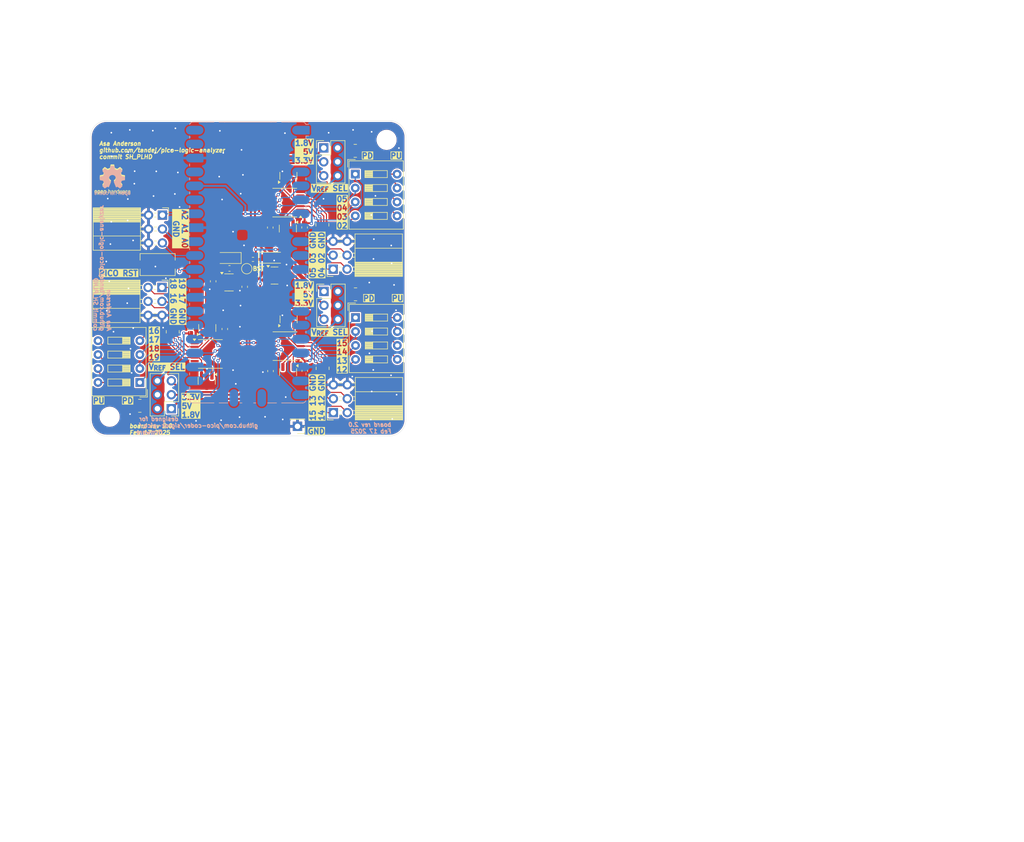
<source format=kicad_pcb>
(kicad_pcb (version 20241228) (generator "pcbnew") (generator_version "9.0")
  (layers (0 "F.Cu" signal) (4 "In1.Cu" signal) (6 "In2.Cu" signal) (2 "B.Cu" signal) (13 "F.Paste" user) (15 "B.Paste" user) (5 "F.SilkS" user "F.Silkscreen") (7 "B.SilkS" user "B.Silkscreen") (1 "F.Mask" user) (3 "B.Mask" user) (25 "Edge.Cuts" user))
  (property "AUTHOR" "Asa Anderson")
  (property "BOARD_REV" "2.0")
  (property "BOARD_REV_DATE" "Feb 17 2025")
  (property "GIT_SHORTHASH" "SH_PLHD")
  (property "PROJECT_GIT" "github.com/tandej/pico-logic-analyzer")
  (property "SCH_REV" "2.0")
  (property "SCH_REV_DATE" "Feb 17 2025")
  (net 0 "")
  (net 1 "+3V3")
  (net 4 "/Buffer Block B/VCCA_SEL")
  (net 5 "/Buffer Block B/A0")
  (net 6 "GND")
  (net 7 "/Buffer Block B/A3")
  (net 8 "/Buffer Block B/A1")
  (net 9 "/Buffer Block B/A2")
  (net 10 "/+6.6V")
  (net 11 "/Buffer Block A/VCCA_SEL")
  (net 12 "/+1.8V_REG")
  (net 13 "/Buffer Block A/A1")
  (net 14 "/Buffer Block A/A0")
  (net 15 "/Buffer Block A/A2")
  (net 16 "/Buffer Block A/A3")
  (net 17 "/+5V_REG")
  (net 23 "/Buffer Block C/VCCA_SEL")
  (net 24 "/Buffer Block C/A3")
  (net 25 "/Buffer Block C/A0")
  (net 26 "/Buffer Block C/A1")
  (net 27 "/Buffer Block C/A2")
  (net 30 "Net-(RN1B-R2.1)")
  (net 31 "Net-(RN1D-R4.1)")
  (net 32 "Net-(RN1C-R3.1)")
  (net 33 "Net-(RN1A-R1.1)")
  (net 34 "Net-(A1-RUN)")
  (net 38 "Net-(RN3B-R2.1)")
  (net 39 "Net-(RN3D-R4.1)")
  (net 40 "Net-(RN3C-R3.1)")
  (net 41 "Net-(RN3A-R1.1)")
  (net 42 "/Buffer Block A/A3_{CL}")
  (net 43 "/Buffer Block A/A2_{CL}")
  (net 44 "/Buffer Block B/A2_{CL}")
  (net 45 "/Buffer Block B/A3_{CL}")
  (net 46 "/Buffer Block C/A3_{CL}")
  (net 47 "/Buffer Block C/A2_{CL}")
  (net 48 "/Buffer Block A/A1_{CL}")
  (net 49 "/Buffer Block A/A0_{CL}")
  (net 50 "/Buffer Block B/A1_{CL}")
  (net 51 "/Buffer Block B/A0_{CL}")
  (net 52 "/Buffer Block C/A0_{CL}")
  (net 53 "/Buffer Block C/A1_{CL}")
  (net 64 "Net-(U3-CAP+)")
  (net 65 "Net-(U3-CAP-)")
  (net 66 "Net-(RN6D-R4.1)")
  (net 67 "Net-(RN6B-R2.1)")
  (net 68 "Net-(RN6C-R3.1)")
  (net 69 "Net-(RN6A-R1.1)")
  (net 72 "/IO19")
  (net 73 "/IO18")
  (net 74 "/IO17")
  (net 75 "/IO16")
  (net 76 "/A2")
  (net 77 "/A1")
  (net 78 "/A0")
  (net 79 "/IO04")
  (net 80 "/IO15")
  (net 81 "/IO13")
  (net 82 "/IO12")
  (net 83 "/IO03")
  (net 84 "/IO05")
  (net 85 "/IO02")
  (net 86 "/IO14")
  (footprint "Package_TO_SOT_SMD:SOT-23" (layer "F.Cu") (at 133.035001 114.3575 -90)
    (property "Reference" "D7" (hide yes))
    (property "Value" "6.2 V_{z},  prefer better tolerances" (hide yes))
  )
  (footprint "Capacitor_SMD:C_0603_1608Metric" (layer "F.Cu") (at 129.835 114.17 90)
    (property "Reference" "C8" (hide yes))
    (property "Value" "4.7 uF" (hide yes))
  )
  (footprint "Button_Switch_THT:SW_DIP_SPSTx04_Slide_9.78x12.34mm_W7.62mm_P2.54mm" (layer "F.Cu") (at 145.29 78.25)
    (property "Reference" "SW1" (hide yes))
    (property "Value" "SW_DIP_x04" (hide yes))
  )
  (footprint "Package_TO_SOT_SMD:SOT-23" (layer "F.Cu") (at 133.135001 104.7325 90)
    (property "Reference" "D5" (hide yes))
    (property "Value" "6.2 V_{z},  prefer better tolerances" (hide yes))
  )
  (footprint "Package_TO_SOT_SMD:SOT-23" (layer "F.Cu") (at 133.090001 78.5625 90)
    (property "Reference" "D1" (hide yes))
    (property "Value" "6.2 V_{z},  prefer better tolerances" (hide yes))
  )
  (footprint "Connector_PinHeader_2.54mm:PinHeader_1x01_P2.54mm_Vertical" (layer "F.Cu") (at 134.75 124.25 180)
    (property "Reference" "J8" (hide yes))
    (property "Value" "Conn_01x01" (hide yes))
  )
  (footprint "Capacitor_SMD:C_0603_1608Metric" (layer "F.Cu") (at 119.375 97.8 90)
    (property "Reference" "C4" (hide yes))
    (property "Value" "4.7 uF" (hide yes))
  )
  (footprint "Capacitor_SMD:C_0603_1608Metric" (layer "F.Cu") (at 122.35 95.45)
    (property "Reference" "C3" (hide yes))
    (property "Value" "4.7 uF" (hide yes))
  )
  (footprint "Package_TO_SOT_SMD:SOT-23" (layer "F.Cu") (at 118.3 106.3125 90)
    (property "Reference" "D6" (hide yes))
    (property "Value" "6.2 V_{z},  prefer better tolerances" (hide yes))
  )
  (footprint "Resistor_SMD:R_Array_Convex_4x0402" (layer "F.Cu") (at 139.290001 87.5 -90)
    (property "Reference" "RN2" (hide yes))
    (property "Value" "470" (hide yes))
  )
  (footprint "Package_TO_SOT_SMD:SOT-23-6" (layer "F.Cu") (at 122.2625 98)
    (property "Reference" "U3" (hide yes))
    (property "Value" "LM2665M6" (hide yes))
  )
  (footprint "Capacitor_SMD:C_0603_1608Metric" (layer "F.Cu") (at 125.125 98.8 90)
    (property "Reference" "C5" (hide yes))
    (property "Value" "4.7 uF" (hide yes))
  )
  (footprint "Symbol:OSHW-Logo2_7.3x6mm_SilkScreen" (layer "F.Cu") (at 101 79.25)
    (property "Reference" "G1" (hide yes))
    (property "Value" "oshw!" (hide yes))
  )
  (footprint "MountingHole:MountingHole_3.2mm_M3" (layer "F.Cu") (at 100.5 122.5)
    (property "Reference" "H2" (hide yes))
    (property "Value" "MountingHole" (hide yes))
  )
  (footprint "Connector_PinHeader_2.54mm:PinHeader_2x03_P2.54mm_Vertical" (layer "F.Cu") (at 139.540001 73.475)
    (property "Reference" "J1" (hide yes))
    (property "Value" "Conn_02x03_Odd_Even" (hide yes))
  )
  (footprint "Diode_SMD:D_SOD-123" (layer "F.Cu") (at 130.025 93.5)
    (property "Reference" "D4" (hide yes))
    (property "Value" "1.8v" (hide yes))
  )
  (footprint "Package_SO:TSSOP-14_4.4x5mm_P0.65mm" (layer "F.Cu") (at 118.8625 111.05)
    (property "Reference" "U5" (hide yes))
    (property "Value" "TXB0104PW (fit with U104)" (hide yes))
  )
  (footprint "Resistor_SMD:R_Array_Convex_4x0402" (layer "F.Cu") (at 106 120.5)
    (property "Reference" "RN6" (hide yes))
    (property "Value" "100k" (hide yes))
  )
  (footprint "Package_TO_SOT_SMD:SOT-23" (layer "F.Cu") (at 118.2 115.9375 -90)
    (property "Reference" "D8" (hide yes))
    (property "Value" "6.2 V_{z},  prefer better tolerances" (hide yes))
  )
  (footprint "Diode_SMD:D_SOD-123F" (layer "F.Cu") (at 122.275 93.55 180)
    (property "Reference" "D3" (hide yes))
    (property "Value" "1A 500 mV V_{F}" (hide yes))
  )
  (footprint "Resistor_SMD:R_Array_Convex_4x0402" (layer "F.Cu") (at 145.29 74 180)
    (property "Reference" "RN1" (hide yes))
    (property "Value" "100k" (hide yes))
  )
  (footprint "Capacitor_SMD:C_0603_1608Metric" (layer "F.Cu") (at 115.25 106.525 -90)
    (property "Reference" "C6" (hide yes))
    (property "Value" "4.7 uF" (hide yes))
  )
  (footprint "Resistor_SMD:R_0402_1005Metric" (layer "F.Cu") (at 126.635 93.8)
    (property "Reference" "R1" (hide yes))
    (property "Value" "390, >1/10 W" (hide yes))
  )
  (footprint "MountingHole:MountingHole_3.2mm_M3" (layer "F.Cu") (at 151 72)
    (property "Reference" "H1" (hide yes))
    (property "Value" "MountingHole" (hide yes))
  )
  (footprint "Resistor_SMD:R_0402_1005Metric" (layer "F.Cu") (at 127.625 96.5)
    (property "Reference" "R2" (hide yes))
    (property "Value" "100, >1/32 W" (hide yes))
  )
  (footprint "Connector_PinHeader_2.54mm:PinHeader_2x03_P2.54mm_Vertical" (layer "F.Cu") (at 111.75 121.025 180)
    (property "Reference" "J6" (hide yes))
    (property "Value" "Conn_02x03_Odd_Even" (hide yes))
  )
  (footprint "Package_TO_SOT_SMD:SOT-23" (layer "F.Cu") (at 132.990001 88.1875 -90)
    (property "Reference" "D2" (hide yes))
    (property "Value" "6.2 V_{z},  prefer better tolerances" (hide yes))
  )
  (footprint "Connector_PinSocket_2.54mm:PinSocket_2x03_P2.54mm_Horizontal" (layer "F.Cu") (at 110.125 85.725)
    (property "Reference" "J2" (hide yes))
    (property "Value" "Conn_02x03_Odd_Even" (hide yes))
  )
  (footprint "Resistor_SMD:R_Array_Convex_4x0402" (layer "F.Cu") (at 145.335 100.17 180)
    (property "Reference" "RN3" (hide yes))
    (property "Value" "100k" (hide yes))
  )
  (footprint "Connector_PinSocket_2.54mm:PinSocket_2x03_P2.54mm_Horizontal" (layer "F.Cu") (at 141.25 95.58 180)
    (property "Reference" "J3" (hide yes))
    (property "Value" "Conn_02x03_Odd_Even" (hide yes))
  )
  (footprint "TestPoint:TestPoint_Pad_D1.5mm" (layer "F.Cu") (at 125.5 95.5)
    (property "Reference" "TP1" (hide yes))
    (property "Value" "TestPoint" (hide yes))
  )
  (footprint "Connector_PinSocket_2.54mm:PinSocket_2x03_P2.54mm_Horizontal" (layer "F.Cu") (at 110.04 98.92)
    (property "Reference" "J4" (hide yes))
    (property "Value" "Conn_02x03_Odd_Even" (hide yes))
  )
  (footprint "Button_Switch_THT:SW_DIP_SPSTx04_Slide_9.78x12.34mm_W7.62mm_P2.54mm" (layer "F.Cu") (at 106 116.25 180)
    (property "Reference" "SW4" (hide yes))
    (property "Value" "SW_DIP_x04" (hide yes))
  )
  (footprint "Capacitor_SMD:C_0603_1608Metric" (layer "F.Cu") (at 129.79 88 90)
    (property "Reference" "C1" (hide yes))
    (property "Value" "4.7 uF" (hide yes))
  )
  (footprint "Button_Switch_THT:SW_DIP_SPSTx04_Slide_9.78x12.34mm_W7.62mm_P2.54mm" (layer "F.Cu") (at 145.335 104.42)
    (property "Reference" "SW3" (hide yes))
    (property "Value" "SW_DIP_x04" (hide yes))
  )
  (footprint "Capacitor_SMD:C_0603_1608Metric" (layer "F.Cu") (at 136.040001 87.975 90)
    (property "Reference" "C2" (hide yes))
    (property "Value" "4.7 uF" (hide yes))
  )
  (footprint "Resistor_SMD:R_Array_Convex_4x0402" (layer "F.Cu") (at 139.335001 113.67 -90)
    (property "Reference" "RN5" (hide yes))
    (property "Value" "470" (hide yes))
  )
  (footprint "Resistor_SMD:R_Array_Convex_4x0402" (layer "F.Cu") (at 112 107 90)
    (property "Reference" "RN4" (hide yes))
    (property "Value" "470" (hide yes))
  )
  (footprint "Connector_PinHeader_2.54mm:PinHeader_2x03_P2.54mm_Vertical" (layer "F.Cu") (at 139.585001 99.645)
    (property "Reference" "J5" (hide yes))
    (property "Value" "Conn_02x03_Odd_Even" (hide yes))
  )
  (footprint "Package_TO_SOT_SMD:SOT-23" (layer "F.Cu") (at 130.5625 96.75)
    (property "Reference" "U2" (hide yes))
    (property "Value" "LM4040DBZ-5" (hide yes))
  )
  (footprint "Button_Switch_SMD:SW_Tactile_SPST_NO_Straight_CK_PTS636Sx25SMTRLFS" (layer "F.Cu") (at 109.25 94.75 180)
    (property "Reference" "SW2" (hide yes))
    (property "Value" "SW_Push" (hide yes))
  )
  (footprint "Capacitor_SMD:C_0603_1608Metric" (layer "F.Cu") (at 121.5 106.5 -90)
    (property "Reference" "C7" (hide yes))
    (property "Value" "4.7 uF" (hide yes))
  )
  (footprint "Package_SO:TSSOP-14_4.4x5mm_P0.65mm" (layer "F.Cu") (at 132.427501 83.45 180)
    (property "Reference" "U1" (hide yes))
    (property "Value" "TXB0104PW (fit with U104)" (hide yes))
  )
  (footprint "Package_SO:TSSOP-14_4.4x5mm_P0.65mm" (layer "F.Cu") (at 132.472501 109.62 180)
    (property "Reference" "U4" (hide yes))
    (property "Value" "TXB0104PW (fit with U104)" (hide yes))
  )
  (footprint "Connector_PinSocket_2.54mm:PinSocket_2x03_P2.54mm_Horizontal" (layer "F.Cu") (at 141.295 121.75 180)
    (property "Reference" "J7" (hide yes))
    (property "Value" "Conn_02x03_Odd_Even" (hide yes))
  )
  (footprint "Capacitor_SMD:C_0603_1608Metric" (layer "F.Cu") (at 136.085001 114.145 90)
    (property "Reference" "C9" (hide yes))
    (property "Value" "4.7 uF" (hide yes))
  )
  (footprint "asa-lib:RaspberryPi_Pico_SMD" (layer "B.Cu") (at 125.69 94.37 180)
    (property "Reference" "A1" (hide yes))
    (property "Value" "RaspberryPi_Pico" (hide yes))
  )
  (footprint "Symbol:OSHW-Logo2_7.3x6mm_SilkScreen" (layer "B.Cu") (at 101 79.5 180)
    (property "Reference" "G1" (hide yes))
    (property "Value" "oshw!" (hide yes))
  )
  (gr_line (start 97 123) (end 97 71.5) (stroke (width 0.05)) (layer "Edge.Cuts"))
  (gr_line (start 100 68.5) (end 151.5 68.5) (stroke (width 0.05)) (layer "Edge.Cuts"))
  (gr_line (start 151.5 126) (end 100 126) (stroke (width 0.05)) (layer "Edge.Cuts"))
  (gr_arc (start 97 71.5) (mid 97.87868 69.37868) (end 100 68.5) (stroke (width 0.05)) (layer "Edge.Cuts"))
  (gr_line (start 154.5 71.5) (end 154.5 123) (stroke (width 0.05)) (layer "Edge.Cuts"))
  (gr_arc (start 151.5 68.5) (mid 153.62132 69.37868) (end 154.5 71.5) (stroke (width 0.05)) (layer "Edge.Cuts"))
  (gr_arc (start 154.5 123) (mid 153.62132 125.12132) (end 151.5 126) (stroke (width 0.05)) (layer "Edge.Cuts"))
  (gr_arc (start 100 126) (mid 97.87868 125.12132) (end 97 123) (stroke (width 0.05)) (layer "Edge.Cuts"))
  (gr_text "board rev ${BOARD_REV}\n${BOARD_REV_DATE}" (at 104 123.75 0) (layer "F.SilkS") (effects (font (size 0.75 0.75) (thickness 0.1875) (bold yes) (italic yes)) (justify left top)))
  (gr_text "19 17 GND\n18 16 GND" (at 111.5 101.5 270) (layer "F.SilkS" knockout) (effects (font (size 1 1) (thickness 0.25) (bold yes)) (justify bottom)))
  (gr_text "15 13 GND\n14 12 GND" (at 139.75 119 90) (layer "F.SilkS" knockout) (effects (font (size 1 1) (thickness 0.25) (bold yes)) (justify bottom)))
  (gr_text "${PROJECTNAME}" (at 98.25 69.5 0) (layer "F.SilkS") (effects (font (size 1.7 1.7) (thickness 0.425) (bold yes) (italic yes)) (justify left top)))
  (gr_text "16\n17\n18\n19" (at 107.5 106.25 0) (layer "F.SilkS" knockout) (effects (font (size 1 1) (thickness 0.25) (bold yes)) (justify left top)))
  (gr_text "${AUTHOR}\n${PROJECT_GIT}\ncommit ${GIT_SHORTHASH}" (at 98.5 72.25 0) (layer "F.SilkS") (effects (font (size 0.75 0.75) (thickness 0.1875) (bold yes) (italic yes)) (justify left top)))
  (gr_text "PD" (at 103.75 119 0) (layer "F.SilkS" knockout) (effects (font (size 1 1) (thickness 0.25) (bold yes)) (justify top)))
  (gr_text "15\n14\n13\n12" (at 144 114.5 0) (layer "F.SilkS" knockout) (effects (font (size 1 1) (thickness 0.25) (bold yes)) (justify right bottom)))
  (gr_text "1.8V\n5V\n3.3V" (at 137.75 98 0) (layer "F.SilkS" knockout) (effects (font (size 1 1) (thickness 0.25) (bold yes)) (justify right top)))
  (gr_text "V_{REF} SEL" (at 144 106.5 0) (layer "F.SilkS" knockout) (effects (font (size 1 1) (thickness 0.25) (bold yes)) (justify right top)))
  (gr_text "V_{REF} SEL" (at 107.5 114 0) (layer "F.SilkS" knockout) (effects (font (size 1 1) (thickness 0.25) (bold yes)) (justify left bottom)))
  (gr_text "PD" (at 147.5 75.5 0) (layer "F.SilkS" knockout) (effects (font (size 1 1) (thickness 0.25) (bold yes)) (justify bottom)))
  (gr_text "PU" (at 153 101.5 0) (layer "F.SilkS" knockout) (effects (font (size 1 1) (thickness 0.25) (bold yes)) (justify bottom)))
  (gr_text "05\n04\n03\n02" (at 144 88.25 0) (layer "F.SilkS" knockout) (effects (font (size 1 1) (thickness 0.25) (bold yes)) (justify right bottom)))
  (gr_text "05 03 GND\n04 02 GND" (at 139.75 93 90) (layer "F.SilkS" knockout) (effects (font (size 1 1) (thickness 0.25) (bold yes)) (justify bottom)))
  (gr_text "PU" (at 152.75 75.5 0) (layer "F.SilkS" knockout) (effects (font (size 1 1) (thickness 0.25) (bold yes)) (justify bottom)))
  (gr_text "BST" (at 126.5 95.5 0) (layer "F.SilkS") (effects (font (size 0.75 0.75) (thickness 0.1875) (bold yes)) (justify left)))
  (gr_text "GND" (at 136.5 125.75 0) (layer "F.SilkS" knockout) (effects (font (size 1 1) (thickness 0.25) (bold yes)) (justify left bottom)))
  (gr_text "PD" (at 147.75 101.5 0) (layer "F.SilkS" knockout) (effects (font (size 1 1) (thickness 0.25) (bold yes)) (justify bottom)))
  (gr_text "1.8V\n5V\n3.3V" (at 137.75 72 0) (layer "F.SilkS" knockout) (effects (font (size 1 1) (thickness 0.25) (bold yes)) (justify right top)))
  (gr_text "A2 A1 A0\nGND" (at 112 88.25 270) (layer "F.SilkS" knockout) (effects (font (size 1 1) (thickness 0.25) (bold yes)) (justify bottom)))
  (gr_text "PU" (at 98.5 119 0) (layer "F.SilkS" knockout) (effects (font (size 1 1) (thickness 0.25) (bold yes)) (justify top)))
  (gr_text "PICO RST" (at 105.75 95.75 0) (layer "F.SilkS" knockout) (effects (font (size 1 1) (thickness 0.25) (bold yes)) (justify right top)))
  (gr_text "3.3V\n5V\n1.8V" (at 113.5 122.75 0) (layer "F.SilkS" knockout) (effects (font (size 1 1) (thickness 0.25) (bold yes)) (justify left bottom)))
  (gr_text "V_{REF} SEL" (at 144 80.25 0) (layer "F.SilkS" knockout) (effects (font (size 1 1) (thickness 0.25) (bold yes)) (justify right top)))
  (gr_text "${AUTHOR}\n${PROJECT_GIT}\ncommit ${GIT_SHORTHASH}" (at 97.5 107 270) (layer "B.SilkS") (effects (font (size 0.75 0.75) (thickness 0.1875) (bold yes) (italic yes)) (justify left bottom mirror)))
  (gr_text "designed for \ngithub.com/pico-coder/sigrok-pico/ \nfirmware" (at 105.25 125.75 0) (layer "B.SilkS") (effects (font (size 0.75 0.75) (thickness 0.1875) (bold yes) (italic yes)) (justify right bottom mirror)))
  (gr_text "board rev ${BOARD_REV}\n${BOARD_REV_DATE}" (at 152 123.5 -0) (layer "B.SilkS") (effects (font (size 0.75 0.75) (thickness 0.1875) (bold yes) (italic yes)) (justify left top mirror)))
  (segment (start 128.497501 104.002499) (end 128.497501 109) (width 0.35) (layer "F.Cu") (net 1))
  (segment (start 137.542501 102.6825) (end 129.8175 102.6825) (width 0.35) (layer "F.Cu") (net 1))
  (segment (start 129.610001 111.57) (end 128.847979 111.57) (width 0.35) (layer "F.Cu") (net 1))
  (segment (start 124.65 109.1) (end 124.75 109) (width 0.35) (layer "F.Cu") (net 1))
  (segment (start 128.847979 111.57) (end 128.497501 111.219522) (width 0.35) (layer "F.Cu") (net 1))
  (segment (start 129.835 111.794999) (end 129.610001 111.57) (width 0.35) (layer "F.Cu") (net 1))
  (segment (start 118.075 103.665882) (end 118.075 98.325) (width 0.35) (layer "F.Cu") (net 1))
  (segment (start 129.835 113.395) (end 129.835 111.794999) (width 0.35) (layer "F.Cu") (net 1))
  (segment (start 126.75 109) (end 128.497501 109) (width 0.35) (layer "F.Cu") (net 1))
  (segment (start 129.565001 85.4) (end 129.565001 87.000001) (width 0.35) (layer "F.Cu") (net 1))
  (segment (start 121.725 109.1) (end 124.65 109.1) (width 0.35) (layer "F.Cu") (net 1))
  (segment (start 128.75 76.25) (end 137.235001 76.25) (width 0.35) (layer "F.Cu") (net 1))
  (segment (start 129.565001 87.000001) (end 129.79 87.225) (width 0.35) (layer "F.Cu") (net 1))
  (segment (start 121.725 116.775) (end 121.725 113) (width 0.35) (layer "F.Cu") (net 1))
  (segment (start 111.75 115.945) (end 113.7925 117.9875) (width 0.35) (layer "F.Cu") (net 1))
  (segment (start 129.565001 81.5) (end 127.75 81.5) (width 0.35) (layer "F.Cu") (net 1))
  (segment (start 120.25 94.175) (end 120.25 97.025) (width 0.35) (layer "F.Cu") (net 1))
  (segment (start 128.497501 111.219522) (end 128.497501 109) (width 0.35) (layer "F.Cu") (net 1))
  (segment (start 119.375 97.025) (end 120.25 97.025) (width 0.35) (layer "F.Cu") (net 1))
  (segment (start 127.75 81.5) (end 127.75 77.25) (width 0.35) (layer "F.Cu") (net 1))
  (segment (start 127.75 81.5) (end 127.75 85.4) (width 0.35) (layer "F.Cu") (net 1))
  (segment (start 122.5 85.5) (end 120.875 87.125) (width 0.35) (layer "F.Cu") (net 1))
  (segment (start 139.585001 104.725) (end 137.542501 102.6825) (width 0.35) (layer "F.Cu") (net 1))
  (segment (start 120.875 93.55) (end 120.25 94.175) (width 0.35) (layer "F.Cu") (net 1))
  (segment (start 121.5 107.275) (end 121.5 108.875) (width 0.35) (layer "F.Cu") (net 1))
  (segment (start 122.8375 109.475001) (end 122.462499 109.1) (width 0.35) (layer "F.Cu") (net 1))
  (segment (start 137.235001 76.25) (end 139.540001 78.555) (width 0.35) (layer "F.Cu") (net 1))
  (segment (start 127.75 77.25) (end 128.75 76.25) (width 0.35) (layer "F.Cu") (net 1))
  (segment (start 125.25 85.5) (end 122.5 85.5) (width 0.35) (layer "F.Cu") (net 1))
  (segment (start 120.5125 117.9875) (end 121.725 116.775) (width 0.35) (layer "F.Cu") (net 1))
  (segment (start 118.075 98.325) (end 119.375 97.025) (width 0.35) (layer "F.Cu") (net 1))
  (segment (start 122.487022 113) (end 121.725 113) (width 0.35) (layer "F.Cu") (net 1))
  (segment (start 127.75 85.4) (end 129.565001 85.4) (width 0.35) (layer "F.Cu") (net 1))
  (segment (start 121.1 97.025) (end 121.125 97.05) (width 0.35) (layer "F.Cu") (net 1))
  (segment (start 122.462499 109.1) (end 121.725 109.1) (width 0.35) (layer "F.Cu") (net 1))
  (segment (start 129.610001 107.67) (end 128.667501 107.67) (width 0.35) (layer "F.Cu") (net 1))
  (segment (start 129.8175 102.6825) (end 128.497501 104.002499) (width 0.35) (layer "F.Cu") (net 1))
  (segment (start 122.8375 112.649522) (end 122.487022 113) (width 0.35) (layer "F.Cu") (net 1))
  (segment (start 122.8375 112.649522) (end 122.8375 109.475001) (width 0.35) (layer "F.Cu") (net 1))
  (segment (start 113.7925 117.9875) (end 120.5125 117.9875) (width 0.35) (layer "F.Cu") (net 1))
  (segment (start 121.5 107.090882) (end 118.075 103.665882) (width 0.35) (layer "F.Cu") (net 1))
  (segment (start 121.5 108.875) (end 121.725 109.1) (width 0.35) (layer "F.Cu") (net 1))
  (segment (start 120.875 87.125) (end 120.875 93.55) (width 0.35) (layer "F.Cu") (net 1))
  (segment (start 120.25 97.025) (end 121.1 97.025) (width 0.35) (layer "F.Cu") (net 1))
  (via (at 126.75 109) (size 0.6) (drill 0.3) (layers "F.Cu" "B.Cu") (net 1))
  (via (at 124.75 109) (size 0.6) (drill 0.3) (layers "F.Cu" "B.Cu") (net 1))
  (via (at 125.25 85.5) (size 0.6) (drill 0.3) (layers "F.Cu" "B.Cu") (net 1))
  (via (at 127.75 85.4) (size 0.6) (drill 0.3) (layers "F.Cu" "B.Cu") (net 1))
  (segment (start 121.65 80.4) (end 116 80.4) (width 0.35) (layer "B.Cu") (net 1))
  (segment (start 125.25 84) (end 121.65 80.4) (width 0.35) (layer "B.Cu") (net 1))
  (segment (start 125.25 85.5) (end 127.65 85.5) (width 0.35) (layer "B.Cu") (net 1))
  (segment (start 127.65 85.5) (end 127.75 85.4) (width 0.35) (layer "B.Cu") (net 1))
  (segment (start 124.75 109) (end 126.75 109) (width 0.35) (layer "B.Cu") (net 1))
  (segment (start 125.25 85.5) (end 125.25 84) (width 0.35) (layer "B.Cu") (net 1))
  (segment (start 137.24 87.2) (end 137.29 87.25) (width 0.35) (layer "F.Cu") (net 4))
  (segment (start 136.04 87.2) (end 137.24 87.2) (width 0.35) (layer "F.Cu") (net 4))
  (segment (start 136.04 87.2) (end 136.04 86.15) (width 0.35) (layer "F.Cu") (net 4))
  (segment (start 136.04 86.15) (end 135.29 85.4) (width 0.35) (layer "F.Cu") (net 4))
  (via (at 137.29 87.25) (size 0.6) (drill 0.3) (layers "F.Cu" "B.Cu") (net 4))
  (segment (start 137.357125 87.182875) (end 137.29 87.25) (width 0.35) (layer "B.Cu") (net 4))
  (segment (start 137.357125 83.277875) (end 137.357125 87.182875) (width 0.35) (layer "B.Cu") (net 4))
  (segment (start 137.6925 82.9425) (end 137.357125 83.277875) (width 0.35) (layer "B.Cu") (net 4))
  (segment (start 137.6925 82.9425) (end 142.08 78.555) (width 0.35) (layer "B.Cu") (net 4))
  (segment (start 138.54 94.15) (end 139.97 95.58) (width 0.2) (layer "F.Cu") (net 5))
  (segment (start 139.97 95.58) (end 141.25 95.58) (width 0.2) (layer "F.Cu") (net 5))
  (segment (start 138.54 88) (end 138.54 94.15) (width 0.2) (layer "F.Cu") (net 5))
  (segment (start 119.95 98) (end 119.375 98.575) (width 0.5) (layer "F.Cu") (net 6))
  (segment (start 121.125 98) (end 119.95 98) (width 0.5) (layer "F.Cu") (net 6))
  (via (at 148.681428 90.106138) (size 0.6) (drill 0.3) (layers "F.Cu" "B.Cu") (net 6))
  (via (at 125 91.25) (size 0.6) (drill 0.3) (layers "F.Cu" "B.Cu") (net 6))
  (via (at 121.203262 103.086934) (size 0.6) (drill 0.3) (layers "F.Cu" "B.Cu") (net 6))
  (via (at 124.183352 122.566095) (size 0.6) (drill 0.3) (layers "F.Cu" "B.Cu") (net 6))
  (via (at 120.822513 123.134358) (size 0.6) (drill 0.3) (layers "F.Cu" "B.Cu") (net 6))
  (via (at 140.430674 70.711829) (size 0.6) (drill 0.3) (layers "F.Cu" "B.Cu") (net 6))
  (via (at 105 80) (size 0.6) (drill 0.3) (layers "F.Cu" "B.Cu") (net 6))
  (via (at 132.75 94.75) (size 0.6) (drill 0.3) (layers "F.Cu" "B.Cu") (net 6))
  (via (at 124.802261 78.38966) (size 0.6) (drill 0.3) (layers "F.Cu" "B.Cu") (net 6))
  (via (at 100.150474 82.713742) (size 0.6) (drill 0.3) (layers "F.Cu" "B.Cu") (net 6))
  (via (at 132 104) (size 0.6) (drill 0.3) (layers "F.Cu" "B.Cu") (net 6))
  (via (at 124.545976 73.832622) (size 0.6) (drill 0.3) (layers "F.Cu" "B.Cu") (net 6))
  (via (at 121.215194 74.384015) (size 0.6) (drill 0.3) (layers "F.Cu" "B.Cu") (net 6))
  (via (at 148.285985 117.892404) (size 0.6) (drill 0.3) (layers "F.Cu" "B.Cu") (net 6))
  (via (at 104.795771 106.33212) (size 0.6) (drill 0.3) (layers "F.Cu" "B.Cu") (net 6))
  (via (at 130.5 94) (size 0.6) (drill 0.3) (layers "F.Cu" "B.Cu") (net 6))
  (via (at 120.473694 78.710733) (size 0.6) (drill 0.3) (layers "F.Cu" "B.Cu") (net 6))
  (via (at 103.772181 86.700645) (size 0.6) (drill 0.3) (layers "F.Cu" "B.Cu") (net 6))
  (via (at 108.5 82.25) (size 0.6) (drill 0.3) (layers "F.Cu" "B.Cu") (net 6))
  (via (at 153.25 73.5) (size 0.6) (drill 0.3) (layers "F.Cu" "B.Cu") (net 6))
  (via (at 100.423324 97.798148) (size 0.6) (drill 0.3) (layers "F.Cu" "B.Cu") (net 6))
  (via (at 128.839808 122.513604) (size 0.6) (drill 0.3) (layers "F.Cu" "B.Cu") (net 6))
  (via (at 100.803317 70.699241) (size 0.6) (drill 0.3) (layers "F.Cu" "B.Cu") (net 6))
  (via (at 108.366433 70.330082) (size 0.6) (drill 0.3) (layers "F.Cu" "B.Cu") (net 6))
  (via (at 110.75 97.25) (size 0.6) (drill 0.3) (layers "F.Cu" "B.Cu") (net 6))
  (via (at 124.25 99.5) (size 0.6) (drill 0.3) (layers "F.Cu" "B.Cu") (net 6))
  (via (at 151.850746 91.267138) (size 0.6) (drill 0.3) (layers "F.Cu" "B.Cu") (net 6))
  (via (at 103.702399 101.783117) (size 0.6) (drill 0.3) (layers "F.Cu" "B.Cu") (net 6))
  (via (at 124.398818 81.81858) (size 0.6) (drill 0.3) (layers "F.Cu" "B.Cu") (net 6))
  (via (at 99.969742 103.169946) (size 0.6) (drill 0.3) (layers "F.Cu" "B.Cu") (net 6))
  (via (at 104.5 114.5) (size 0.6) (drill 0.3) (layers "F.Cu" "B.Cu") (net 6))
  (via (at 123 114) (size 0.6) (drill 0.3) (layers "F.Cu" "B.Cu") (net 6))
  (via (at 147.846635 98.0257) (size 0.6) (drill 0.3) (layers "F.Cu" "B.Cu") (net 6))
  (via (at 103.812972 82.796242) (size 0.6) (drill 0.3) (layers "F.Cu" "B.Cu") (net 6))
  (via (at 152.361197 98.459758) (size 0.6) (drill 0.3) (layers "F.Cu" "B.Cu") (net 6))
  (via (at 132 77.75) (size 0.6) (drill 0.3) (layers "F.Cu" "B.Cu") (net 6))
  (via (at 148.345878 106.888911) (size 0.6) (drill 0.3) (layers "F.Cu" "B.Cu") (net 6))
  (via (at 116.25 123.25) (size 0.6) (drill 0.3) (layers "F.Cu" "B.Cu") (net 6))
  (via (at 103.874565 74.241487) (size 0.6) (drill 0.3) (layers "F.Cu" "B.Cu") (net 6))
  (via (at 112.490422 69.89799) (size 0.6) (drill 0.3) (layers "F.Cu" "B.Cu") (net 6))
  (via (at 124.363036 102.227019) (size 0.6) (drill 0.3) (layers "F.Cu" "B.Cu") (net 6))
  (via (at 132.057166 122.992602) (size 0.6) (drill 0.3) (layers "F.Cu" "B.Cu") (net 6))
  (via (at 148.605853 93.714165) (size 0.6) (drill 0.3) (layers "F.Cu" "B.Cu") (net 6))
  (via (at 148.216414 85.704174) (size 0.6) (drill 0.3) (layers "F.Cu" "B.Cu") (net 6))
  (via (at 113.25 84.25) (size 0.6) (drill 0.3) (layers "F.Cu" "B.Cu") (net 6))
  (via (at 148.271473 70.540484) (size 0.6) (drill 0.3) (layers "F.Cu" "B.Cu") (net 6))
  (via (at 100.918952 74.982323) (size 0.6) (drill 0.3) (layers "F.Cu" "B.Cu") (net 6))
  (via (at 104.299713 110.10174) (size 0.6) (drill 0.3) (layers "F.Cu" "B.Cu") (net 6))
  (via (at 112.938298 77.95357) (size 0.6) (drill 0.3) (layers "F.Cu" "B.Cu") (net 6))
  (via (at 139.5 82.75) (size 0.6) (drill 0.3) (layers "F.Cu" "B.Cu") (net 6))
  (via (at 99.882914 94.188965) (size 0.6) (drill 0.3) (layers "F.Cu" "B.Cu") (net 6))
  (via (at 152.719644 103.067204) (size 0.6) (drill 0.3) (layers "F.Cu" "B.Cu") (net 6))
  (via (at 112.389257 81.872705) (size 0.6) (drill 0.3) (layers "F.Cu" "B.Cu") (net 6))
  (via (at 104.215142 122.017213) (size 0.6) (drill 0.3) (layers "F.Cu" "B.Cu") (net 6))
  (via (at 104.172243 70.191753) (size 0.6) (drill 0.3) (layers "F.Cu" "B.Cu") (net 6))
  (via (at 128.439331 114.356319) (size 0.6) (drill 0.3) (layers "F.Cu" "B.Cu") (net 6))
  (via (at 110.25 106.25) (size 0.6) (drill 0.3) (layers "F.Cu" "B.Cu") (net 6))
  (via (at 100.798732 86.949324) (size 0.6) (drill 0.3) (layers "F.Cu" "B.Cu") (net 6))
  (via (at 144.752425 115.173735) (size 0.6) (drill 0.3) (layers "F.Cu" "B.Cu") (net 6))
  (via (at 147.872755 110.924863) (size 0.6) (drill 0.3) (layers "F.Cu" "B.Cu") (net 6))
  (via (at 103.932868 99.086281) (size 0.6) (drill 0.3) (layers "F.Cu" "B.Cu") (net 6))
  (via (at 148.577359 113.956095) (size 0.6) (drill 0.3) (layers "F.Cu" "B.Cu") (net 6))
  (via (at 100.633416 91.011867) (size 0.6) (drill 0.3) (layers "F.Cu" "B.Cu") (net 6))
  (via (at 104.773924 90.348848) (size 0.6) (drill 0.3) (layers "F.Cu" "B.Cu") (net 6))
  (via (at 152.824705 118.480035) (size 0.6) (drill 0.3) (layers "F.Cu" "B.Cu") (net 6))
  (via (at 109 77.75) (size 0.6) (drill 0.3) (layers "F.Cu" "B.Cu") (net 6))
  (via (at 120.99992 82.882155) (size 0.6) (drill 0.3) (layers "F.Cu" "B.Cu") (net 6))
  (via (at 132.87133 98.562754) (size 0.6) (drill 0.3) (layers "F.Cu" "B.Cu") (net 6))
  (via (at 124.252145 106.087114) (size 0.6) (drill 0.3) (layers "F.Cu" "B.Cu") (net 6))
  (via (at 132.604273 118.910447) (size 0.6) (drill 0.3) (layers "F.Cu" "B.Cu") (net 6))
  (via (at 132.465468 70.780856) (size 0.6) (drill 0.3) (layers "F.Cu" "B.Cu") (net 6))
  (via (at 144.887442 70.18868) (size 0.6) (drill 0.3) (layers "F.Cu" "B.Cu") (net 6))
  (via (at 118.25 113.75) (size 0.6) (drill 0.3) (layers "F.Cu" "B.Cu") (net 6))
  (via (at 118.75 99.25) (size 0.6) (drill 0.3) (layers "F.Cu" "B.Cu") (net 6))
  (via (at 123.5 116.5) (size 0.6) (drill 0.3) (layers "F.Cu" "B.Cu") (net 6))
  (via (at 120.599014 70.361303) (size 0.6) (drill 0.3) (layers "F.Cu" "B.Cu") (net 6))
  (via (at 123 88.75) (size 0.6) (drill 0.3) (layers "F.Cu" "B.Cu") (net 6))
  (via (at 148.964231 82.212416) (size 0.6) (drill 0.3) (layers "F.Cu" "B.Cu") (net 6))
  (via (at 152.041316 122.895772) (size 0.6) (drill 0.3) (layers "F.Cu" "B.Cu") (net 6))
  (via (at 108.82457 74.314388) (size 0.6) (drill 0.3) (layers "F.Cu" "B.Cu") (net 6))
  (via (at 108.839796 95.108148) (size 0.6) (drill 0.3) (layers "F.Cu" "B.Cu") (net 6))
  (via (at 101.200132 106.991093) (size 0.6) (drill 0.3) (layers "F.Cu" "B.Cu") (net 6))
  (via (at 151.919268 94.526365) (size 0.6) (drill 0.3) (layers "F.Cu" "B.Cu") (net 6))
  (via (at 111.78496 73.858106) (size 0.6) (drill 0.3) (layers "F.Cu" "B.Cu") (net 6))
  (via (at 151.811624 114.948063) (size 0.6) (drill 0.3) (layers "F.Cu" "B.Cu") (net 6))
  (via (at 148.115433 122.997663) (size 0.6) (drill 0.3) (layers "F.Cu" "B.Cu") (net 6))
  (via (at 105.057043 77.717444) (size 0.6) (drill 0.3) (layers "F.Cu" "B.Cu") (net 6))
  (segment (start 135.38 113.42) (end 136.17 113.42) (width 0.5) (layer "B.Cu") (net 6))
  (segment (start 140.04 91.25) (end 140.68 91.89) (width 0.2) (layer "F.Cu") (net 7))
  (segment (start 142.64 91.89) (end 143.79 93.04) (width 0.2) (layer "F.Cu") (net 7))
  (segment (start 140.04 88) (end 140.04 91.25) (width 0.2) (layer "F.Cu") (net 7))
  (segment (start 140.68 91.89) (end 142.64 91.89) (width 0.2) (layer "F.Cu") (net 7))
  (segment (start 139.04 93.45) (end 140.02 94.43) (width 0.2) (layer "F.Cu") (net 8))
  (segment (start 140.02 94.43) (end 142.64 94.43) (width 0.2) (layer "F.Cu") (net 8))
  (segment (start 139.04 88) (end 139.04 93.45) (width 0.2) (layer "F.Cu") (net 8))
  (segment (start 142.64 94.43) (end 143.79 95.58) (width 0.2) (layer "F.Cu") (net 8))
  (segment (start 139.54 92.15) (end 140.43 93.04) (width 0.2) (layer "F.Cu") (net 9))
  (segment (start 140.43 93.04) (end 141.25 93.04) (width 0.2) (layer "F.Cu") (net 9))
  (segment (start 139.54 88) (end 139.54 92.15) (width 0.2) (layer "F.Cu") (net 9))
  (segment (start 123.4 98) (end 125.1 98) (width 0.5) (layer "F.Cu") (net 10))
  (segment (start 136.085 112.32) (end 135.335 111.57) (width 0.35) (layer "F.Cu") (net 11))
  (segment (start 137 112.25) (end 136.93 112.32) (width 0.35) (layer "F.Cu") (net 11))
  (segment (start 136.085 112.32) (end 136.085001 113.37) (width 0.35) (layer "F.Cu") (net 11))
  (segment (start 136.93 112.32) (end 136.085 112.32) (width 0.35) (layer "F.Cu") (net 11))
  (via (at 137 112.25) (size 0.6) (drill 0.3) (layers "F.Cu" "B.Cu") (net 11))
  (segment (start 137.36 111.89) (end 137.36 109.49) (width 0.35) (layer "B.Cu") (net 11))
  (segment (start 137.36 109.49) (end 142.125 104.725) (width 0.35) (layer "B.Cu") (net 11))
  (segment (start 137 112.25) (end 137.36 111.89) (width 0.35) (layer "B.Cu") (net 11))
  (segment (start 127.145 92) (end 127.145 93.8) (width 0.35) (layer "F.Cu") (net 12))
  (segment (start 138.015001 75) (end 127.5 75) (width 0.35) (layer "F.Cu") (net 12))
  (segment (start 127.947501 98.25) (end 127.947501 106.052499) (width 0.35) (layer "F.Cu") (net 12))
  (segment (start 131.629762 92) (end 139.274762 99.645) (width 0.35) (layer "F.Cu") (net 12))
  (segment (start 139.540001 73.475) (end 138.015001 75) (width 0.35) (layer "F.Cu") (net 12))
  (segment (start 127.145 89.145) (end 127.145 92) (width 0.35) (layer "F.Cu") (net 12))
  (segment (start 127.145 93.8) (end 128.075 93.8) (width 0.5) (layer "F.Cu") (net 12))
  (segment (start 130.75 92) (end 131.629762 92) (width 0.35) (layer "F.Cu") (net 12))
  (segment (start 127.947501 106.052499) (end 126 108) (width 0.35) (layer "F.Cu") (net 12))
  (segment (start 124.75 119.25) (end 113.525 119.25) (width 0.35) (layer "F.Cu") (net 12))
  (segment (start 126.25 76.25) (end 126.25 88.25) (width 0.35) (layer "F.Cu") (net 12))
  (segment (start 128.075 93.8) (end 128.375 93.5) (width 0.5) (layer "F.Cu") (net 12))
  (segment (start 126.25 88.25) (end 127.145 89.145) (width 0.35) (layer "F.Cu") (net 12))
  (segment (start 113.525 119.25) (end 111.75 121.025) (width 0.35) (layer "F.Cu") (net 12))
  (segment (start 126 118) (end 124.75 119.25) (width 0.35) (layer "F.Cu") (net 12))
  (segment (start 126 108) (end 126 118) (width 0.35) (layer "F.Cu") (net 12))
  (segment (start 127.5 75) (end 126.25 76.25) (width 0.35) (layer "F.Cu") (net 12))
  (via (at 127.947501 98.25) (size 0.6) (drill 0.3) (layers "F.Cu" "B.Cu") (net 12))
  (via (at 127.145 92) (size 0.6) (drill 0.3) (layers "F.Cu" "B.Cu") (net 12))
  (via (at 130.75 92) (size 0.6) (drill 0.3) (layers "F.Cu" "B.Cu") (net 12))
  (segment (start 127.947501 98.25) (end 128 98.197501) (width 0.35) (layer "B.Cu") (net 12))
  (segment (start 127.145 92) (end 128 92) (width 0.35) (layer "B.Cu") (net 12))
  (segment (start 128 98.197501) (end 128 92) (width 0.35) (layer "B.Cu") (net 12))
  (segment (start 128 92) (end 130.75 92) (width 0.35) (layer "B.Cu") (net 12))
  (segment (start 142.685 120.6) (end 143.835 121.75) (width 0.2) (layer "F.Cu") (net 13))
  (segment (start 139.085 119.62) (end 140.065 120.6) (width 0.2) (layer "F.Cu") (net 13))
  (segment (start 139.085 114.17) (end 139.085 119.62) (width 0.2) (layer "F.Cu") (net 13))
  (segment (start 140.065 120.6) (end 142.685 120.6) (width 0.2) (layer "F.Cu") (net 13))
  (segment (start 138.585 114.17) (end 138.585 120.32) (width 0.2) (layer "F.Cu") (net 14))
  (segment (start 138.585 120.32) (end 140.015 121.75) (width 0.2) (layer "F.Cu") (net 14))
  (segment (start 140.015 121.75) (end 141.295 121.75) (width 0.2) (layer "F.Cu") (net 14))
  (segment (start 140.475 119.21) (end 141.295 119.21) (width 0.2) (layer "F.Cu") (net 15))
  (segment (start 139.585 114.17) (end 139.585 118.32) (width 0.2) (layer "F.Cu") (net 15))
  (segment (start 139.585 118.32) (end 140.475 119.21) (width 0.2) (layer "F.Cu") (net 15))
  (segment (start 142.685 118.06) (end 143.835 119.21) (width 0.2) (layer "F.Cu") (net 16))
  (segment (start 140.085 114.17) (end 140.085 117.42) (width 0.2) (layer "F.Cu") (net 16))
  (segment (start 140.725 118.06) (end 142.685 118.06) (width 0.2) (layer "F.Cu") (net 16))
  (segment (start 140.085 117.42) (end 140.725 118.06) (width 0.2) (layer "F.Cu") (net 16))
  (segment (start 127.646 88.93748) (end 127.646 89.35252) (width 0.35) (layer "F.Cu") (net 17))
  (segment (start 128.135 96.865) (end 128.135 96.5) (width 0.35) (layer "F.Cu") (net 17))
  (segment (start 111.765 118.5) (end 124 118.5) (width 0.35) (layer "F.Cu") (net 17))
  (segment (start 127 88.29148) (end 127.352521 88.644) (width 0.35) (layer "F.Cu") (net 17))
  (segment (start 127.35252 88.644) (end 127.646 88.937479) (width 0.35) (layer "F.Cu") (net 17))
  (segment (start 139.585001 102.185) (end 133.200001 95.8) (width 0.35) (layer "F.Cu") (net 17))
  (segment (start 124 118.5) (end 125.5 117) (width 0.35) (layer "F.Cu") (net 17))
  (segment (start 127.646 89.35252) (end 127.646 91.146) (width 0.35) (layer "F.Cu") (net 17))
  (segment (start 127.25 105.5) (end 127.25 97.75) (width 0.35) (layer "F.Cu") (net 17))
  (segment (start 125.5 117) (end 125.5 107.25) (width 0.35) (layer "F.Cu") (net 17))
  (segment (start 129.625 93.125) (end 129.625 95.8) (width 0.35) (layer "F.Cu") (net 17))
  (segment (start 127.25 97.75) (end 128.135 96.865) (width 0.35) (layer "F.Cu") (net 17))
  (segment (start 128.135 96.5) (end 128.835 95.8) (width 0.5) (layer "F.Cu") (net 17))
  (segment (start 139.275001 75.75) (end 128 75.75) (width 0.35) (layer "F.Cu") (net 17))
  (segment (start 127.352521 88.644) (end 127.35252 88.644) (width 0.35) (layer "F.Cu") (net 17))
  (segment (start 133.200001 95.8) (end 129.625 95.8) (width 0.35) (layer "F.Cu") (net 17))
  (segment (start 127.646 88.937479) (end 127.646 88.93748) (width 0.35) (layer "F.Cu") (net 17))
  (segment (start 127 76.75) (end 127 88.29148) (width 0.35) (layer "F.Cu") (net 17))
  (segment (start 128.835 95.8) (end 129.625 95.8) (width 0.5) (layer "F.Cu") (net 17))
  (segment (start 127.646 91.146) (end 129.625 93.125) (width 0.35) (layer "F.Cu") (net 17))
  (segment (start 125.5 107.25) (end 127.25 105.5) (width 0.35) (layer "F.Cu") (net 17))
  (segment (start 111.75 118.485) (end 111.765 118.5) (width 0.35) (layer "F.Cu") (net 17))
  (segment (start 128 75.75) (end 127 76.75) (width 0.35) (layer "F.Cu") (net 17))
  (segment (start 139.540001 76.015) (end 139.275001 75.75) (width 0.35) (layer "F.Cu") (net 17))
  (segment (start 115.25 107.3) (end 115.25 108.35) (width 0.35) (layer "F.Cu") (net 23))
  (segment (start 115.25 108.35) (end 116 109.1) (width 0.35) (layer "F.Cu") (net 23))
  (segment (start 115.25 107.3) (end 114.05 107.3) (width 0.35) (layer "F.Cu") (net 23))
  (segment (start 114.05 107.3) (end 114 107.25) (width 0.35) (layer "F.Cu") (net 23))
  (via (at 114 107.25) (size 0.6) (drill 0.3) (layers "F.Cu" "B.Cu") (net 23))
  (segment (start 114 107.25) (end 114 111.155) (width 0.35) (layer "B.Cu") (net 23))
  (segment (start 114 111.155) (end 109.21 115.945) (width 0.35) (layer "B.Cu") (net 23))
  (segment (start 110.61 102.61) (end 108.65 102.61) (width 0.2) (layer "F.Cu") (net 24))
  (segment (start 108.65 102.61) (end 107.5 101.46) (width 0.2) (layer "F.Cu") (net 24))
  (segment (start 111.25 106.5) (end 111.25 103.25) (width 0.2) (layer "F.Cu") (net 24))
  (segment (start 111.25 103.25) (end 110.61 102.61) (width 0.2) (layer "F.Cu") (net 24))
  (segment (start 112.75 106.5) (end 112.75 100.35) (width 0.2) (layer "F.Cu") (net 25))
  (segment (start 112.75 100.35) (end 111.32 98.92) (width 0.2) (layer "F.Cu") (net 25))
  (segment (start 111.32 98.92) (end 110.04 98.92) (width 0.2) (layer "F.Cu") (net 25))
  (segment (start 112.25 106.5) (end 112.25 101.05) (width 0.2) (layer "F.Cu") (net 26))
  (segment (start 112.25 101.05) (end 111.27 100.07) (width 0.2) (layer "F.Cu") (net 26))
  (segment (start 111.27 100.07) (end 108.65 100.07) (width 0.2) (layer "F.Cu") (net 26))
  (segment (start 108.65 100.07) (end 107.5 98.92) (width 0.2) (layer "F.Cu") (net 26))
  (segment (start 110.86 101.46) (end 110.04 101.46) (width 0.2) (layer "F.Cu") (net 27))
  (segment (start 111.75 106.5) (end 111.75 102.35) (width 0.2) (layer "F.Cu") (net 27))
  (segment (start 111.75 102.35) (end 110.86 101.46) (width 0.2) (layer "F.Cu") (net 27))
  (segment (start 151.29 79.2) (end 146.34 74.25) (width 0.2) (layer "F.Cu") (net 30))
  (segment (start 146.34 74.25) (end 145.79 74.25) (width 0.2) (layer "F.Cu") (net 30))
  (segment (start 151.29 81.71) (end 151.29 79.2) (width 0.2) (layer "F.Cu") (net 30))
  (segment (start 152.91 83.33) (end 151.29 81.71) (width 0.2) (layer "F.Cu") (net 30))
  (segment (start 152.91 78.25) (end 151.54 78.25) (width 0.2) (layer "F.Cu") (net 31))
  (segment (start 146.54 73.25) (end 145.79 73.25) (width 0.2) (layer "F.Cu") (net 31))
  (segment (start 151.54 78.25) (end 146.54 73.25) (width 0.2) (layer "F.Cu") (net 31))
  (segment (start 146.405686 73.75) (end 152.91 80.254314) (width 0.2) (layer "F.Cu") (net 32))
  (segment (start 145.79 73.75) (end 146.405686 73.75) (width 0.2) (layer "F.Cu") (net 32))
  (segment (start 150.54 79.5) (end 150.54 83.5) (width 0.2) (layer "F.Cu") (net 33))
  (segment (start 150.54 83.5) (end 152.91 85.87) (width 0.2) (layer "F.Cu") (net 33))
  (segment (start 145.79 74.75) (end 150.54 79.5) (width 0.2) (layer "F.Cu") (net 33))
  (segment (start 113.125 94.75) (end 113.125 95.875) (width 0.2) (layer "F.Cu") (net 34))
  (segment (start 113.125 95.875) (end 113.25 96) (width 0.2) (layer "F.Cu") (net 34))
  (via (at 113.25 96) (size 0.6) (drill 0.3) (layers "F.Cu" "B.Cu") (net 34))
  (segment (start 113.61 95.64) (end 116 95.64) (width 0.2) (layer "B.Cu") (net 34))
  (segment (start 113.25 96) (end 113.61 95.64) (width 0.2) (layer "B.Cu") (net 34))
  (segment (start 152.955 109.5) (end 151.335 107.88) (width 0.2) (layer "F.Cu") (net 38))
  (segment (start 146.385 100.42) (end 145.835 100.42) (width 0.2) (layer "F.Cu") (net 38))
  (segment (start 151.335 107.88) (end 151.335 105.37) (width 0.2) (layer "F.Cu") (net 38))
  (segment (start 151.335 105.37) (end 146.385 100.42) (width 0.2) (layer "F.Cu") (net 38))
  (segment (start 146.585 99.42) (end 145.835 99.42) (width 0.2) (layer "F.Cu") (net 39))
  (segment (start 151.585 104.42) (end 146.585 99.42) (width 0.2) (layer "F.Cu") (net 39))
  (segment (start 152.955 104.42) (end 151.585 104.42) (width 0.2) (layer "F.Cu") (net 39))
  (segment (start 146.450686 99.92) (end 152.955 106.424314) (width 0.2) (layer "F.Cu") (net 40))
  (segment (start 145.835 99.92) (end 146.450686 99.92) (width 0.2) (layer "F.Cu") (net 40))
  (segment (start 150.585 105.67) (end 150.585 109.67) (width 0.2) (layer "F.Cu") (net 41))
  (segment (start 145.835 100.92) (end 150.585 105.67) (width 0.2) (layer "F.Cu") (net 41))
  (segment (start 150.585 109.67) (end 152.955 112.04) (width 0.2) (layer "F.Cu") (net 41))
  (segment (start 144.205 113.17) (end 145.335 112.04) (width 0.2) (layer "F.Cu") (net 42))
  (segment (start 140.085 111.722942) (end 137.332058 108.97) (width 0.2) (layer "F.Cu") (net 42))
  (segment (start 135.335 108.97) (end 134.597501 108.97) (width 0.2) (layer "F.Cu") (net 42))
  (segment (start 140.085 113.17) (end 140.085 111.722942) (width 0.2) (layer "F.Cu") (net 42))
  (segment (start 137.332058 108.97) (end 135.335 108.97) (width 0.2) (layer "F.Cu") (net 42))
  (segment (start 134.597501 108.97) (end 134.085 108.457499) (width 0.2) (layer "F.Cu") (net 42))
  (segment (start 140.085 113.17) (end 144.205 113.17) (width 0.2) (layer "F.Cu") (net 42))
  (segment (start 134.085 108.457499) (end 134.085 105.67) (width 0.2) (layer "F.Cu") (net 42))
  (segment (start 137.133529 109.62) (end 135.335 109.62) (width 0.2) (layer "F.Cu") (net 43))
  (segment (start 134.679044 109.62) (end 132.185 107.125956) (width 0.2) (layer "F.Cu") (net 43))
  (segment (start 132.185 107.125956) (end 132.185 105.67) (width 0.2) (layer "F.Cu") (net 43))
  (segment (start 138.859263 111.345734) (end 137.133529 109.62) (width 0.2) (layer "F.Cu") (net 43))
  (segment (start 135.335 109.62) (end 134.679044 109.62) (width 0.2) (layer "F.Cu") (net 43))
  (segment (start 139.585 113.17) (end 139.585 112.071471) (width 0.2) (layer "F.Cu") (net 43))
  (segment (start 139.585 112.071471) (end 138.859263 111.345734) (width 0.2) (layer "F.Cu") (net 43))
  (via (at 138.859263 111.345734) (size 0.6) (drill 0.3) (layers "F.Cu" "B.Cu") (net 43))
  (segment (start 143.665 111.17) (end 145.335 109.5) (width 0.2) (layer "B.Cu") (net 43))
  (segment (start 139.034997 111.17) (end 143.665 111.17) (width 0.2) (layer "B.Cu") (net 43))
  (segment (start 138.859263 111.345734) (end 139.034997 111.17) (width 0.2) (layer "B.Cu") (net 43))
  (segment (start 137.088529 83.45) (end 135.29 83.45) (width 0.2) (layer "F.Cu") (net 44))
  (segment (start 138.814263 85.175734) (end 137.088529 83.45) (width 0.2) (layer "F.Cu") (net 44))
  (segment (start 132.14 80.955956) (end 132.14 79.5) (width 0.2) (layer "F.Cu") (net 44))
  (segment (start 135.29 83.45) (end 134.634044 83.45) (width 0.2) (layer "F.Cu") (net 44))
  (segment (start 139.54 87) (end 139.54 85.901471) (width 0.2) (layer "F.Cu") (net 44))
  (segment (start 134.634044 83.45) (end 132.14 80.955956) (width 0.2) (layer "F.Cu") (net 44))
  (segment (start 139.54 85.901471) (end 138.814263 85.175734) (width 0.2) (layer "F.Cu") (net 44))
  (via (at 138.814263 85.175734) (size 0.6) (drill 0.3) (layers "F.Cu" "B.Cu") (net 44))
  (segment (start 143.62 85) (end 145.29 83.33) (width 0.2) (layer "B.Cu") (net 44))
  (segment (start 138.814263 85.175734) (end 138.989997 85) (width 0.2) (layer "B.Cu") (net 44))
  (segment (start 138.989997 85) (end 143.62 85) (width 0.2) (layer "B.Cu") (net 44))
  (segment (start 134.552501 82.8) (end 134.04 82.287499) (width 0.2) (layer "F.Cu") (net 45))
  (segment (start 140.04 87) (end 144.16 87) (width 0.2) (layer "F.Cu") (net 45))
  (segment (start 140.04 87) (end 140.04 85.552942) (width 0.2) (layer "F.Cu") (net 45))
  (segment (start 134.04 82.287499) (end 134.04 79.5) (width 0.2) (layer "F.Cu") (net 45))
  (segment (start 140.04 85.552942) (end 137.287058 82.8) (width 0.2) (layer "F.Cu") (net 45))
  (segment (start 137.287058 82.8) (end 135.29 82.8) (width 0.2) (layer "F.Cu") (net 45))
  (segment (start 135.29 82.8) (end 134.552501 82.8) (width 0.2) (layer "F.Cu") (net 45))
  (segment (start 144.16 87) (end 145.29 85.87) (width 0.2) (layer "F.Cu") (net 45))
  (segment (start 111.25 108.947058) (end 114.002942 111.7) (width 0.2) (layer "F.Cu") (net 46))
  (segment (start 116 111.7) (end 116.737499 111.7) (width 0.2) (layer "F.Cu") (net 46))
  (segment (start 107.13 107.5) (end 106 108.63) (width 0.2) (layer "F.Cu") (net 46))
  (segment (start 116.737499 111.7) (end 117.25 112.212501) (width 0.2) (layer "F.Cu") (net 46))
  (segment (start 111.25 107.5) (end 107.13 107.5) (width 0.2) (layer "F.Cu") (net 46))
  (segment (start 111.25 107.5) (end 111.25 108.947058) (width 0.2) (layer "F.Cu") (net 46))
  (segment (start 117.25 112.212501) (end 117.25 115) (width 0.2) (layer "F.Cu") (net 46))
  (segment (start 114.002942 111.7) (end 116 111.7) (width 0.2) (layer "F.Cu") (net 46))
  (segment (start 112.475737 109.324266) (end 111.75 108.598529) (width 0.2) (layer "F.Cu") (net 47))
  (segment (start 112.475737 109.324266) (end 114.201471 111.05) (width 0.2) (layer "F.Cu") (net 47))
  (segment (start 114.201471 111.05) (end 116 111.05) (width 0.2) (layer "F.Cu") (net 47))
  (segment (start 119.15 113.544044) (end 119.15 115) (width 0.2) (layer "F.Cu") (net 47))
  (segment (start 111.75 108.598529) (end 111.75 107.5) (width 0.2) (layer "F.Cu") (net 47))
  (segment (start 116 111.05) (end 116.655956 111.05) (width 0.2) (layer "F.Cu") (net 47))
  (segment (start 116.655956 111.05) (end 119.15 113.544044) (width 0.2) (layer "F.Cu") (net 47))
  (via (at 112.475737 109.324266) (size 0.6) (drill 0.3) (layers "F.Cu" "B.Cu") (net 47))
  (segment (start 112.475737 109.324266) (end 112.300003 109.5) (width 0.2) (layer "B.Cu") (net 47))
  (segment (start 112.300003 109.5) (end 107.67 109.5) (width 0.2) (layer "B.Cu") (net 47))
  (segment (start 107.67 109.5) (end 106 111.17) (width 0.2) (layer "B.Cu") (net 47))
  (segment (start 139.085 112.42) (end 138.835 112.17) (width 0.2) (layer "F.Cu") (net 48))
  (segment (start 135.335 110.27) (end 134.597501 110.27) (width 0.2) (layer "F.Cu") (net 48))
  (segment (start 134.597501 110.27) (end 132.085 112.782501) (width 0.2) (layer "F.Cu") (net 48))
  (segment (start 139.085 113.17) (end 139.085 112.42) (width 0.2) (layer "F.Cu") (net 48))
  (segment (start 138.835 112.17) (end 136.935 110.27) (width 0.2) (layer "F.Cu") (net 48))
  (segment (start 136.935 110.27) (end 135.335 110.27) (width 0.2) (layer "F.Cu") (net 48))
  (via (at 138.835 112.17) (size 0.6) (drill 0.3) (layers "F.Cu" "B.Cu") (net 48))
  (segment (start 145.335 106.96) (end 145.335 107.92) (width 0.2) (layer "B.Cu") (net 48))
  (segment (start 138.835 112.17) (end 138.259263 111.594263) (width 0.2) (layer "B.Cu") (net 48))
  (segment (start 138.259263 111.594263) (end 138.259263 110.990956) (width 0.2) (layer "B.Cu") (net 48))
  (segment (start 142.835 110.42) (end 138.830219 110.42) (width 0.2) (layer "B.Cu") (net 48))
  (segment (start 138.259263 110.990956) (end 138.830219 110.42) (width 0.2) (layer "B.Cu") (net 48))
  (segment (start 145.335 107.92) (end 142.835 110.42) (width 0.2) (layer "B.Cu") (net 48))
  (segment (start 138.067694 112.396375) (end 138.585 112.913681) (width 0.2) (layer "F.Cu") (net 49))
  (segment (start 133.985 111.532501) (end 133.985 113.42) (width 0.2) (layer "F.Cu") (net 49))
  (segment (start 136.591319 110.92) (end 135.335 110.92) (width 0.2) (layer "F.Cu") (net 49))
  (segment (start 138.585 112.913681) (end 136.591319 110.92) (width 0.2) (layer "F.Cu") (net 49))
  (segment (start 135.335 110.92) (end 134.597501 110.92) (width 0.2) (layer "F.Cu") (net 49))
  (segment (start 138.585 112.913681) (end 138.585 113.17) (width 0.2) (layer "F.Cu") (net 49))
  (segment (start 134.597501 110.92) (end 133.985 111.532501) (width 0.2) (layer "F.Cu") (net 49))
  (via (at 138.067694 112.396375) (size 0.6) (drill 0.3) (layers "F.Cu" "B.Cu") (net 49))
  (segment (start 145.335 104.42) (end 144.235 105.52) (width 0.2) (layer "B.Cu") (net 49))
  (segment (start 137.835 112.163681) (end 138.067694 112.396375) (width 0.2) (layer "B.Cu") (net 49))
  (segment (start 137.835 110.849533) (end 137.835 112.163681) (width 0.2) (layer "B.Cu") (net 49))
  (segment (start 139.014533 109.67) (end 137.835 110.849533) (width 0.2) (layer "B.Cu") (net 49))
  (segment (start 144.235 105.52) (end 144.235 107.52) (width 0.2) (layer "B.Cu") (net 49))
  (segment (start 142.085 109.67) (end 139.014533 109.67) (width 0.2) (layer "B.Cu") (net 49))
  (segment (start 144.235 107.52) (end 142.085 109.67) (width 0.2) (layer "B.Cu") (net 49))
  (segment (start 134.552501 84.1) (end 132.04 86.612501) (width 0.2) (layer "F.Cu") (net 50))
  (segment (start 136.89 84.1) (end 134.552501 84.1) (width 0.2) (layer "F.Cu") (net 50))
  (segment (start 138.79 86) (end 136.89 84.1) (width 0.2) (layer "F.Cu") (net 50))
  (segment (start 139.04 87) (end 139.04 86.25) (width 0.2) (layer "F.Cu") (net 50))
  (segment (start 139.04 86.25) (end 138.79 86) (width 0.2) (layer "F.Cu") (net 50))
  (via (at 138.79 86) (size 0.6) (drill 0.3) (layers "F.Cu" "B.Cu") (net 50))
  (segment (start 138.214263 85.424263) (end 138.214263 84.820956) (width 0.2) (layer "B.Cu") (net 50))
  (segment (start 142.79 84.25) (end 138.785219 84.25) (width 0.2) (layer "B.Cu") (net 50))
  (segment (start 145.29 81.75) (end 142.79 84.25) (width 0.2) (layer "B.Cu") (net 50))
  (segment (start 138.214263 84.820956) (end 138.785219 84.25) (width 0.2) (layer "B.Cu") (net 50))
  (segment (start 145.29 80.79) (end 145.29 81.75) (width 0.2) (layer "B.Cu") (net 50))
  (segment (start 138.79 86) (end 138.214263 85.424263) (width 0.2) (layer "B.Cu") (net 50))
  (segment (start 138.032125 86.256181) (end 136.525944 84.75) (width 0.2) (layer "F.Cu") (net 51))
  (segment (start 136.525944 84.75) (end 135.29 84.75) (width 0.2) (layer "F.Cu") (net 51))
  (segment (start 138.54 86.764056) (end 138.54 87) (width 0.2) (layer "F.Cu") (net 51))
  (segment (start 134.552501 84.75) (end 133.94 85.362501) (width 0.2) (layer "F.Cu") (net 51))
  (segment (start 138.032125 86.256181) (end 138.54 86.764056) (width 0.2) (layer "F.Cu") (net 51))
  (segment (start 133.94 85.362501) (end 133.94 87.25) (width 0.2) (layer "F.Cu") (net 51))
  (segment (start 136.627368 84.75) (end 135.29 84.75) (width 0.2) (layer "F.Cu") (net 51))
  (segment (start 135.29 84.75) (end 134.552501 84.75) (width 0.2) (layer "F.Cu") (net 51))
  (segment (start 138.54 86.662632) (end 136.627368 84.75) (width 0.2) (layer "F.Cu") (net 51))
  (segment (start 138.54 87) (end 138.54 86.662632) (width 0.2) (layer "F.Cu") (net 51))
  (via (at 138.032125 86.256181) (size 0.6) (drill 0.3) (layers "F.Cu" "B.Cu") (net 51))
  (segment (start 145.745635 84.43) (end 146.39 83.785635) (width 0.2) (layer "B.Cu") (net 51))
  (segment (start 138.375944 86.6) (end 142.664365 86.6) (width 0.2) (layer "B.Cu") (net 51))
  (segment (start 146.39 80.334365) (end 145.29 79.234365) (width 0.2) (layer "B.Cu") (net 51))
  (segment (start 146.39 83.785635) (end 146.39 80.334365) (width 0.2) (layer "B.Cu") (net 51))
  (segment (start 142.664365 86.6) (end 144.834365 84.43) (width 0.2) (layer "B.Cu") (net 51))
  (segment (start 145.29 79.234365) (end 145.29 78.25) (width 0.2) (layer "B.Cu") (net 51))
  (segment (start 144.834365 84.43) (end 145.745635 84.43) (width 0.2) (layer "B.Cu") (net 51))
  (segment (start 138.032125 86.256181) (end 138.375944 86.6) (width 0.2) (layer "B.Cu") (net 51))
  (segment (start 113.267306 108.273625) (end 114.743681 109.75) (width 0.2) (layer "F.Cu") (net 52))
  (segment (start 116.737499 109.75) (end 117.35 109.137499) (width 0.2) (layer "F.Cu") (net 52))
  (segment (start 113.267306 108.273625) (end 112.75 107.756319) (width 0.2) (layer "F.Cu") (net 52))
  (segment (start 114.743681 109.75) (end 116 109.75) (width 0.2) (layer "F.Cu") (net 52))
  (segment (start 116 109.75) (end 116.737499 109.75) (width 0.2) (layer "F.Cu") (net 52))
  (segment (start 112.75 107.756319) (end 112.75 107.5) (width 0.2) (layer "F.Cu") (net 52))
  (segment (start 117.35 109.137499) (end 117.35 107.25) (width 0.2) (layer "F.Cu") (net 52))
  (via (at 113.267306 108.273625) (size 0.6) (drill 0.3) (layers "F.Cu" "B.Cu") (net 52))
  (segment (start 113.267306 108.273625) (end 113.5 108.506319) (width 0.2) (layer "B.Cu") (net 52))
  (segment (start 113.5 109.820467) (end 112.320467 111) (width 0.2) (layer "B.Cu") (net 52))
  (segment (start 113.5 108.506319) (end 113.5 109.820467) (width 0.2) (layer "B.Cu") (net 52))
  (segment (start 112.320467 111) (end 109.25 111) (width 0.2) (layer "B.Cu") (net 52))
  (segment (start 107.1 115.15) (end 106 116.25) (width 0.2) (layer "B.Cu") (net 52))
  (segment (start 109.25 111) (end 107.1 113.15) (width 0.2) (layer "B.Cu") (net 52))
  (segment (start 107.1 113.15) (end 107.1 115.15) (width 0.2) (layer "B.Cu") (net 52))
  (segment (start 114.4 110.4) (end 116 110.4) (width 0.2) (layer "F.Cu") (net 53))
  (segment (start 116 110.4) (end 116.737499 110.4) (width 0.2) (layer "F.Cu") (net 53))
  (segment (start 116.737499 110.4) (end 119.25 107.887499) (width 0.2) (layer "F.Cu") (net 53))
  (segment (start 112.5 108.5) (end 114.4 110.4) (width 0.2) (layer "F.Cu") (net 53))
  (segment (start 112.25 108.25) (end 112.25 107.5) (width 0.2) (layer "F.Cu") (net 53))
  (segment (start 112.5 108.5) (end 112.25 108.25) (width 0.2) (layer "F.Cu") (net 53))
  (via (at 112.5 108.5) (size 0.6) (drill 0.3) (layers "F.Cu" "B.Cu") (net 53))
  (segment (start 113.075737 109.075737) (end 113.075737 109.679044) (width 0.2) (layer "B.Cu") (net 53))
  (segment (start 112.504781 110.25) (end 108.5 110.25) (width 0.2) (layer "B.Cu") (net 53))
  (segment (start 112.5 108.5) (end 113.075737 109.075737) (width 0.2) (layer "B.Cu") (net 53))
  (segment (start 108.5 110.25) (end 106 112.75) (width 0.2) (layer "B.Cu") (net 53))
  (segment (start 113.075737 109.679044) (end 112.504781 110.25) (width 0.2) (layer "B.Cu") (net 53))
  (segment (start 106 112.75) (end 106 113.71) (width 0.2) (layer "B.Cu") (net 53))
  (segment (start 123.125 95.45) (end 123.125 96.775) (width 0.5) (layer "F.Cu") (net 64))
  (segment (start 123.125 96.775) (end 123.4 97.05) (width 0.5) (layer "F.Cu") (net 64))
  (segment (start 122.2375 96.1125) (end 121.575 95.45) (width 0.5) (layer "F.Cu") (net 65))
  (segment (start 122.2375 98.499999) (end 122.2375 96.1125) (width 0.5) (layer "F.Cu") (net 65))
  (segment (start 121.787499 98.95) (end 122.2375 98.499999) (width 0.5) (layer "F.Cu") (net 65))
  (segment (start 121.125 98.95) (end 121.787499 98.95) (width 0.5) (layer "F.Cu") (net 65))
  (segment (start 98.38 116.25) (end 99.75 116.25) (width 0.2) (layer "F.Cu") (net 66))
  (segment (start 104.75 121.25) (end 105.5 121.25) (width 0.2) (layer "F.Cu") (net 66))
  (segment (start 99.75 116.25) (end 104.75 121.25) (width 0.2) (layer "F.Cu") (net 66))
  (segment (start 104.95 120.25) (end 105.5 120.25) (width 0.2) (layer "F.Cu") (net 67))
  (segment (start 100 115.3) (end 104.95 120.25) (width 0.2) (layer "F.Cu") (net 67))
  (segment (start 100 112.79) (end 100 115.3) (width 0.2) (layer "F.Cu") (net 67))
  (segment (start 98.38 111.17) (end 100 112.79) (width 0.2) (layer "F.Cu") (net 67))
  (segment (start 104.884314 120.75) (end 98.38 114.245686) (width 0.2) (layer "F.Cu") (net 68))
  (segment (start 105.5 120.75) (end 104.884314 120.75) (width 0.2) (layer "F.Cu") (net 68))
  (segment (start 100.75 111) (end 98.38 108.63) (width 0.2) (layer "F.Cu") (net 69))
  (segment (start 100.75 115) (end 100.75 111) (width 0.2) (layer "F.Cu") (net 69))
  (segment (start 105.5 119.75) (end 100.75 115) (width 0.2) (layer "F.Cu") (net 69))
  (segment (start 120.4 109.65) (end 120.25 109.5) (width 0.2) (layer "F.Cu") (net 72))
  (segment (start 121.625 109.65) (end 120.4 109.65) (width 0.2) (layer "F.Cu") (net 72))
  (via (at 120.25 109.5) (size 0.6) (drill 0.3) (layers "F.Cu" "B.Cu") (net 72))
  (segment (start 119.09 108.34) (end 116 108.34) (width 0.2) (layer "B.Cu") (net 72))
  (segment (start 120.25 109.5) (end 119.09 108.34) (width 0.2) (layer "B.Cu") (net 72))
  (segment (start 119.75 110.5) (end 119.85 110.4) (width 0.2) (layer "F.Cu") (net 73))
  (segment (start 119.85 110.4) (end 122.225 110.4) (width 0.2) (layer "F.Cu") (net 73))
  (via (at 119.75 110.5) (size 0.6) (drill 0.3) (layers "F.Cu" "B.Cu") (net 73))
  (segment (start 119.75 110.5) (end 119.37 110.88) (width 0.2) (layer "B.Cu") (net 73))
  (segment (start 119.37 110.88) (end 116 110.88) (width 0.2) (layer "B.Cu") (net 73))
  (segment (start 120.2 111.05) (end 122.225 111.05) (width 0.2) (layer "F.Cu") (net 74))
  (segment (start 119.5 111.75) (end 120.2 111.05) (width 0.2) (layer "F.Cu") (net 74))
  (via (at 119.5 111.75) (size 0.6) (drill 0.3) (layers "F.Cu" "B.Cu") (net 74))
  (segment (start 119.5 114.194791) (end 117.734791 115.96) (width 0.2) (layer "B.Cu") (net 74))
  (segment (start 119.5 111.75) (end 119.5 114.194791) (width 0.2) (layer "B.Cu") (net 74))
  (segment (start 117.734791 115.96) (end 116 115.96) (width 0.2) (layer "B.Cu") (net 74))
  (segment (start 120.8 111.7) (end 121.725 111.7) (width 0.2) (layer "F.Cu") (net 75))
  (segment (start 120.25 112.25) (end 120.8 111.7) (width 0.2) (layer "F.Cu") (net 75))
  (via (at 120.25 112.25) (size 0.6) (drill 0.3) (layers "F.Cu" "B.Cu") (net 75))
  (segment (start 116 118.5) (end 118.75 118.5) (width 0.2) (layer "B.Cu") (net 75))
  (segment (start 118.75 118.5) (end 120.25 117) (width 0.2) (layer "B.Cu") (net 75))
  (segment (start 120.25 117) (end 120.25 112.25) (width 0.2) (layer "B.Cu") (net 75))
  (segment (start 116 85.48) (end 110.37 85.48) (width 0.2) (layer "B.Cu") (net 76))
  (segment (start 116 90.56) (end 112.42 90.56) (width 0.2) (layer "B.Cu") (net 77))
  (segment (start 112.42 90.56) (end 110.125 88.265) (width 0.2) (layer "B.Cu") (net 77))
  (segment (start 116 93.1) (end 112.42 93.1) (width 0.2) (layer "B.Cu") (net 78))
  (segment (start 112.42 93.1) (end 110.125 90.805) (width 0.2) (layer "B.Cu") (net 78))
  (segment (start 129.565001 84.1) (end 131.4 84.1) (width 0.2) (layer "F.Cu") (net 79))
  (segment (start 131.4 84.1) (end 131.5 84) (width 0.2) (layer "F.Cu") (net 79))
  (via (at 131.5 84) (size 0.6) (drill 0.3) (layers "F.Cu" "B.Cu") (net 79))
  (segment (start 134.32 84) (end 135.38 82.94) (width 0.2) (layer "B.Cu") (net 79))
  (segment (start 131.5 84) (end 134.32 84) (width 0.2) (layer "B.Cu") (net 79))
  (segment (start 131.17 110.92) (end 131.25 111) (width 0.2) (layer "F.Cu") (net 80))
  (segment (start 129.610001 110.92) (end 131.17 110.92) (width 0.2) (layer "F.Cu") (net 80))
  (via (at 131.25 111) (size 0.6) (drill 0.3) (layers "F.Cu" "B.Cu") (net 80))
  (segment (start 131.25 111) (end 131.5 111.25) (width 0.2) (layer "B.Cu") (net 80))
  (segment (start 131.5 114.62) (end 135.38 118.5) (width 0.2) (layer "B.Cu") (net 80))
  (segment (start 131.5 111.25) (end 131.5 114.62) (width 0.2) (layer "B.Cu") (net 80))
  (segment (start 131.13 109.62) (end 131.25 109.5) (width 0.2) (layer "F.Cu") (net 81))
  (segment (start 129.610001 109.62) (end 131.13 109.62) (width 0.2) (layer "F.Cu") (net 81))
  (via (at 131.25 109.5) (size 0.6) (drill 0.3) (layers "F.Cu" "B.Cu") (net 81))
  (segment (start 131.25 109.5) (end 134 109.5) (width 0.2) (layer "B.Cu") (net 81))
  (segment (start 134 109.5) (end 135.38 110.88) (width 0.2) (layer "B.Cu") (net 81))
  (segment (start 130.5675 108.75) (end 131.199997 108.75) (width 0.2) (layer "F.Cu") (net 82))
  (segment (start 130.3475 108.97) (end 130.5675 108.75) (width 0.2) (layer "F.Cu") (net 82))
  (segment (start 131.199997 108.75) (end 131.25 108.699997) (width 0.2) (layer "F.Cu") (net 82))
  (segment (start 129.610001 108.97) (end 130.3475 108.97) (width 0.2) (layer "F.Cu") (net 82))
  (via (at 131.25 108.699997) (size 0.6) (drill 0.3) (layers "F.Cu" "B.Cu") (net 82))
  (segment (start 131.25 108.699997) (end 131.609997 108.34) (width 0.2) (layer "B.Cu") (net 82))
  (segment (start 131.609997 108.34) (end 135.38 108.34) (width 0.2) (layer "B.Cu") (net 82))
  (segment (start 131.05 83.45) (end 131.5 83) (width 0.2) (layer "F.Cu") (net 83))
  (segment (start 129.565001 83.45) (end 131.05 83.45) (width 0.2) (layer "F.Cu") (net 83))
  (via (at 131.5 83) (size 0.6) (drill 0.3) (layers "F.Cu" "B.Cu") (net 83))
  (segment (start 132 82.5) (end 133.28 82.5) (width 0.2) (layer "B.Cu") (net 83))
  (segment (start 131.5 83) (end 132 82.5) (width 0.2) (layer "B.Cu") (net 83))
  (segment (start 133.28 82.5) (end 135.38 80.4) (width 0.2) (layer "B.Cu") (net 83))
  (segment (start 131 84.75) (end 131.25 85) (width 0.2) (layer "F.Cu") (net 84))
  (segment (start 129.565001 84.75) (end 131 84.75) (width 0.2) (layer "F.Cu") (net 84))
  (via (at 131.25 85) (size 0.6) (drill 0.3) (layers "F.Cu" "B.Cu") (net 84))
  (segment (start 131.73 85.48) (end 135.38 85.48) (width 0.2) (layer "B.Cu") (net 84))
  (segment (start 131.25 85) (end 131.73 85.48) (width 0.2) (layer "B.Cu") (net 84))
  (segment (start 130.45 82.8) (end 131.25 82) (width 0.2) (layer "F.Cu") (net 85))
  (segment (start 129.565001 82.8) (end 130.45 82.8) (width 0.2) (layer "F.Cu") (net 85))
  (via (at 131.25 82) (size 0.6) (drill 0.3) (layers "F.Cu" "B.Cu") (net 85))
  (segment (start 131.75 81.5) (end 131.75 81.49) (width 0.2) (layer "B.Cu") (net 85))
  (segment (start 131.25 82) (end 131.75 81.5) (width 0.2) (layer "B.Cu") (net 85))
  (segment (start 131.75 81.49) (end 135.38 77.86) (width 0.2) (layer "B.Cu") (net 85))
  (segment (start 131.73 110.27) (end 131.75 110.25) (width 0.2) (layer "F.Cu") (net 86))
  (segment (start 129.610001 110.27) (end 131.73 110.27) (width 0.2) (layer "F.Cu") (net 86))
  (via (at 131.75 110.25) (size 0.6) (drill 0.3) (layers "F.Cu" "B.Cu") (net 86))
  (segment (start 131.75 110.25) (end 133 111.5) (width 0.2) (layer "B.Cu") (net 86))
  (segment (start 133 114.25) (end 134.71 115.96) (width 0.2) (layer "B.Cu") (net 86))
  (segment (start 133 111.5) (end 133 114.25) (width 0.2) (layer "B.Cu") (net 86))
  (zone (net 10) (net_name "/+6.6V") (layer "F.Cu") (priority 1) (connect_pads thru_hole_only (clearance 0.5)) (min_thickness 0.25) (fill yes (thermal_gap 0.5) (thermal_bridge_width 0.5))
    (polygon (pts (xy 122.75 92.5) (xy 124.5 92.5) (xy 126.75 93.25) (xy 126.75 94.25) (xy 127.5 95.25) (xy 127.5 96.5) (xy 126 99) (xy 124.25 99) (xy 124.25 98.5) (xy 122.75 98.5) (xy 122.75 97.5) (xy 124.25 97.5) (xy 124.25 96.25) (xy 122.75 94.5)))
  )
  (zone (net 11) (net_name "/Buffer Block A/VCCA_SEL") (layer "F.Cu") (priority 1) (connect_pads yes (clearance 0.5)) (min_thickness 0.25) (fill yes (thermal_gap 0.5) (thermal_bridge_width 0.5))
    (polygon (pts (xy 145.335 98.92) (xy 144.585 98.92) (xy 143.335 98.42) (xy 140.835 98.42) (xy 140.835 105.92) (xy 143.335 105.92) (xy 143.335 103.17) (xy 145.335 101.42)))
  )
  (zone (net 4) (net_name "/Buffer Block B/VCCA_SEL") (layer "F.Cu") (priority 1) (connect_pads yes (clearance 0.5)) (min_thickness 0.25) (fill yes (thermal_gap 0.5) (thermal_bridge_width 0.5))
    (polygon (pts (xy 145.29 72.75) (xy 144.54 72.75) (xy 143.29 72.25) (xy 140.79 72.25) (xy 140.79 79.75) (xy 143.29 79.75) (xy 143.29 77) (xy 145.29 75.25)))
  )
  (zone (net 23) (net_name "/Buffer Block C/VCCA_SEL") (layer "F.Cu") (priority 1) (connect_pads yes (clearance 0.5)) (min_thickness 0.25) (fill yes (thermal_gap 0.5) (thermal_bridge_width 0.5))
    (polygon (pts (xy 106 121.75) (xy 106.75 121.75) (xy 108 122.25) (xy 110.5 122.25) (xy 110.5 114.75) (xy 108 114.75) (xy 108 117.5) (xy 106 119.25)))
  )
  (zone (net 6) (net_name "GND") (layers "F.Cu" "B.Cu" "In1.Cu" "In2.Cu") (connect_pads thru_hole_only (clearance 0.25)) (min_thickness 0.45) (fill yes (thermal_gap 0.5) (thermal_bridge_width 0.5))
    (polygon (pts (xy 170.5 46.5) (xy 80.5 46.5) (xy 80.5 141.5) (xy 170.5 141.5)))
  )
)
</source>
